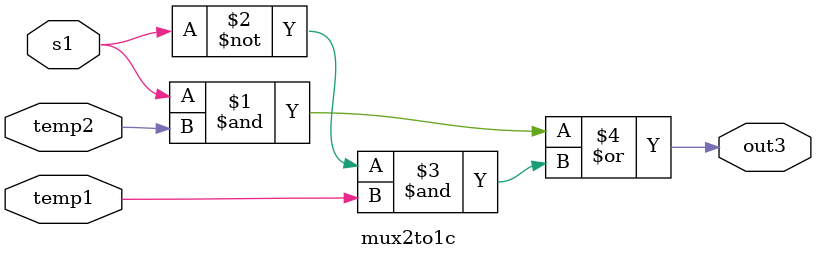
<source format=v>


module mux4to1(LEDR, SW);
    input [9:0] SW;
    output [9:0] LEDR;

    wire Connection1;
    wire Connection2;

    mux2to1a u1(
        .u(SW[0]),
        .v(SW[1]),
        .s0(SW[9]),
		  .out1(Connection1)
        );
		  
    mux2to1b u2(
	     .w(SW[2]),
		  .x(SW[3]),
		  .s0(SW[9]),
		  .out2(Connection2)
		  );
		  
    mux2to1c u3(
	     .temp1(Connection1),
		  .temp2(Connection2),
		  .s1(SW[8]),
		  .out3(LEDR[0])
		  );
endmodule

module mux2to1a(u, v, s0, out1);
    input u; //selected when s0 is 0, 
    input v; //selected when s0 is 1
    input s0; //select signal1
    output out1; //output
    assign out1 = s0 & v | ~s0 & u;
    // OR
    // assign m = s ? y : x;

endmodule

module mux2to1b(w, x, s0, out2);
    input w; //selected when s0 is 0, 
    input x; //selected when s is 1
    input s0; //select signal1
    output out2; //output
    assign out2 = s0 & x | ~s0 & w;
    // OR
    // assign m = s ? y : x;

endmodule

module mux2to1c(temp1, temp2, s1, out3);
    input temp1; //selected when s0 is 0, 
    input temp2; //selected when s0 is 1
    input s1; //select signal1
    output out3; //output
    assign out3 = s1 & temp2 | ~s1 & temp1;
    // OR
    // assign m = s ? y : x;
endmodule

</source>
